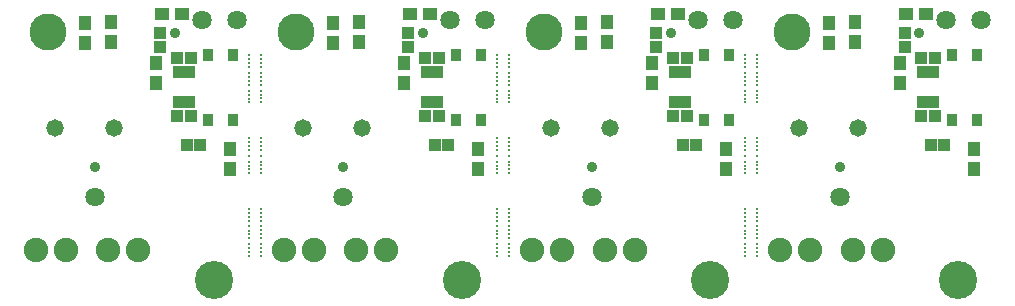
<source format=gbr>
G04 EAGLE Gerber RS-274X export*
G75*
%MOMM*%
%FSLAX34Y34*%
%LPD*%
%INSoldermask Top*%
%IPPOS*%
%AMOC8*
5,1,8,0,0,1.08239X$1,22.5*%
G01*
%ADD10C,3.227000*%
%ADD11C,3.127000*%
%ADD12C,0.327000*%
%ADD13R,1.127000X1.227000*%
%ADD14R,1.227000X1.127000*%
%ADD15C,2.070100*%
%ADD16R,0.977000X1.027000*%
%ADD17R,1.927000X1.127000*%
%ADD18R,0.827000X1.127000*%
%ADD19R,1.027000X0.977000*%
%ADD20C,1.477000*%
%ADD21C,1.627000*%
%ADD22C,0.877000*%


D10*
X170000Y30000D03*
D11*
X30000Y240000D03*
D10*
X380000Y30000D03*
D11*
X240000Y240000D03*
D10*
X590000Y30000D03*
D11*
X450000Y240000D03*
D10*
X800000Y30000D03*
D11*
X660000Y240000D03*
D12*
X200000Y213300D03*
X200000Y216600D03*
X200000Y220000D03*
X200000Y210000D03*
X210000Y216700D03*
X210000Y213400D03*
X210000Y210000D03*
X210000Y220000D03*
X200000Y183300D03*
X200000Y186600D03*
X200000Y190000D03*
X200000Y180000D03*
X210000Y186700D03*
X210000Y183400D03*
X210000Y180000D03*
X210000Y190000D03*
X200000Y198300D03*
X200000Y201600D03*
X200000Y205000D03*
X200000Y195000D03*
X210000Y201700D03*
X210000Y198400D03*
X210000Y195000D03*
X210000Y205000D03*
X200000Y143300D03*
X200000Y146600D03*
X200000Y150000D03*
X200000Y140000D03*
X210000Y146700D03*
X210000Y143400D03*
X210000Y140000D03*
X210000Y150000D03*
X200000Y123300D03*
X200000Y126600D03*
X200000Y130000D03*
X200000Y120000D03*
X210000Y126700D03*
X210000Y123400D03*
X210000Y120000D03*
X210000Y130000D03*
X200000Y83300D03*
X200000Y86600D03*
X200000Y90000D03*
X200000Y80000D03*
X210000Y86700D03*
X210000Y83400D03*
X210000Y80000D03*
X210000Y90000D03*
X200000Y53300D03*
X200000Y56600D03*
X200000Y60000D03*
X200000Y50000D03*
X210000Y56700D03*
X210000Y53400D03*
X210000Y50000D03*
X210000Y60000D03*
X200000Y68300D03*
X200000Y71600D03*
X200000Y75000D03*
X200000Y65000D03*
X210000Y71700D03*
X210000Y68400D03*
X210000Y65000D03*
X210000Y75000D03*
X200000Y135000D03*
X210000Y135000D03*
X410000Y213300D03*
X410000Y216600D03*
X410000Y220000D03*
X410000Y210000D03*
X420000Y216700D03*
X420000Y213400D03*
X420000Y210000D03*
X420000Y220000D03*
X410000Y183300D03*
X410000Y186600D03*
X410000Y190000D03*
X410000Y180000D03*
X420000Y186700D03*
X420000Y183400D03*
X420000Y180000D03*
X420000Y190000D03*
X410000Y198300D03*
X410000Y201600D03*
X410000Y205000D03*
X410000Y195000D03*
X420000Y201700D03*
X420000Y198400D03*
X420000Y195000D03*
X420000Y205000D03*
X410000Y143300D03*
X410000Y146600D03*
X410000Y150000D03*
X410000Y140000D03*
X420000Y146700D03*
X420000Y143400D03*
X420000Y140000D03*
X420000Y150000D03*
X410000Y123300D03*
X410000Y126600D03*
X410000Y130000D03*
X410000Y120000D03*
X420000Y126700D03*
X420000Y123400D03*
X420000Y120000D03*
X420000Y130000D03*
X410000Y83300D03*
X410000Y86600D03*
X410000Y90000D03*
X410000Y80000D03*
X420000Y86700D03*
X420000Y83400D03*
X420000Y80000D03*
X420000Y90000D03*
X410000Y53300D03*
X410000Y56600D03*
X410000Y60000D03*
X410000Y50000D03*
X420000Y56700D03*
X420000Y53400D03*
X420000Y50000D03*
X420000Y60000D03*
X410000Y68300D03*
X410000Y71600D03*
X410000Y75000D03*
X410000Y65000D03*
X420000Y71700D03*
X420000Y68400D03*
X420000Y65000D03*
X420000Y75000D03*
X410000Y135000D03*
X420000Y135000D03*
X620000Y213300D03*
X620000Y216600D03*
X620000Y220000D03*
X620000Y210000D03*
X630000Y216700D03*
X630000Y213400D03*
X630000Y210000D03*
X630000Y220000D03*
X620000Y183300D03*
X620000Y186600D03*
X620000Y190000D03*
X620000Y180000D03*
X630000Y186700D03*
X630000Y183400D03*
X630000Y180000D03*
X630000Y190000D03*
X620000Y198300D03*
X620000Y201600D03*
X620000Y205000D03*
X620000Y195000D03*
X630000Y201700D03*
X630000Y198400D03*
X630000Y195000D03*
X630000Y205000D03*
X620000Y143300D03*
X620000Y146600D03*
X620000Y150000D03*
X620000Y140000D03*
X630000Y146700D03*
X630000Y143400D03*
X630000Y140000D03*
X630000Y150000D03*
X620000Y123300D03*
X620000Y126600D03*
X620000Y130000D03*
X620000Y120000D03*
X630000Y126700D03*
X630000Y123400D03*
X630000Y120000D03*
X630000Y130000D03*
X620000Y83300D03*
X620000Y86600D03*
X620000Y90000D03*
X620000Y80000D03*
X630000Y86700D03*
X630000Y83400D03*
X630000Y80000D03*
X630000Y90000D03*
X620000Y53300D03*
X620000Y56600D03*
X620000Y60000D03*
X620000Y50000D03*
X630000Y56700D03*
X630000Y53400D03*
X630000Y50000D03*
X630000Y60000D03*
X620000Y68300D03*
X620000Y71600D03*
X620000Y75000D03*
X620000Y65000D03*
X630000Y71700D03*
X630000Y68400D03*
X630000Y65000D03*
X630000Y75000D03*
X620000Y135000D03*
X630000Y135000D03*
D13*
X121000Y196500D03*
X121000Y213500D03*
D14*
X126500Y255000D03*
X143500Y255000D03*
D13*
X184000Y123500D03*
X184000Y140500D03*
D15*
X20000Y55000D03*
X45400Y55000D03*
X81000Y55000D03*
X106400Y55000D03*
D16*
X158800Y144000D03*
X147200Y144000D03*
D17*
X145000Y180500D03*
X145000Y205500D03*
D13*
X83000Y231500D03*
X83000Y248500D03*
X61000Y230500D03*
X61000Y247500D03*
D16*
X139200Y168500D03*
X150800Y168500D03*
X139200Y217500D03*
X150800Y217500D03*
D18*
X165000Y165000D03*
X165000Y220000D03*
X186500Y165000D03*
X186500Y220000D03*
D19*
X125000Y238800D03*
X125000Y227200D03*
D20*
X86000Y158000D03*
X36000Y158000D03*
D13*
X331000Y196500D03*
X331000Y213500D03*
D14*
X336500Y255000D03*
X353500Y255000D03*
D13*
X394000Y123500D03*
X394000Y140500D03*
D15*
X230000Y55000D03*
X255400Y55000D03*
X291000Y55000D03*
X316400Y55000D03*
D16*
X368800Y144000D03*
X357200Y144000D03*
D17*
X355000Y180500D03*
X355000Y205500D03*
D13*
X293000Y231500D03*
X293000Y248500D03*
X271000Y230500D03*
X271000Y247500D03*
D16*
X349200Y168500D03*
X360800Y168500D03*
X349200Y217500D03*
X360800Y217500D03*
D18*
X375000Y165000D03*
X375000Y220000D03*
X396500Y165000D03*
X396500Y220000D03*
D19*
X335000Y238800D03*
X335000Y227200D03*
D20*
X296000Y158000D03*
X246000Y158000D03*
D13*
X541000Y196500D03*
X541000Y213500D03*
D14*
X546500Y255000D03*
X563500Y255000D03*
D13*
X604000Y123500D03*
X604000Y140500D03*
D15*
X440000Y55000D03*
X465400Y55000D03*
X501000Y55000D03*
X526400Y55000D03*
D16*
X578800Y144000D03*
X567200Y144000D03*
D17*
X565000Y180500D03*
X565000Y205500D03*
D13*
X503000Y231500D03*
X503000Y248500D03*
X481000Y230500D03*
X481000Y247500D03*
D16*
X559200Y168500D03*
X570800Y168500D03*
X559200Y217500D03*
X570800Y217500D03*
D18*
X585000Y165000D03*
X585000Y220000D03*
X606500Y165000D03*
X606500Y220000D03*
D19*
X545000Y238800D03*
X545000Y227200D03*
D20*
X506000Y158000D03*
X456000Y158000D03*
D13*
X751000Y196500D03*
X751000Y213500D03*
D14*
X756500Y255000D03*
X773500Y255000D03*
D13*
X814000Y123500D03*
X814000Y140500D03*
D15*
X650000Y55000D03*
X675400Y55000D03*
X711000Y55000D03*
X736400Y55000D03*
D16*
X788800Y144000D03*
X777200Y144000D03*
D17*
X775000Y180500D03*
X775000Y205500D03*
D13*
X713000Y231500D03*
X713000Y248500D03*
X691000Y230500D03*
X691000Y247500D03*
D16*
X769200Y168500D03*
X780800Y168500D03*
X769200Y217500D03*
X780800Y217500D03*
D18*
X795000Y165000D03*
X795000Y220000D03*
X816500Y165000D03*
X816500Y220000D03*
D19*
X755000Y238800D03*
X755000Y227200D03*
D20*
X716000Y158000D03*
X666000Y158000D03*
D21*
X70000Y100000D03*
X280000Y100000D03*
X490000Y100000D03*
X700000Y100000D03*
D22*
X137500Y238900D03*
X347500Y238900D03*
X557500Y238900D03*
X767500Y238900D03*
D21*
X160000Y250000D03*
X370000Y250000D03*
X580000Y250000D03*
X790000Y250000D03*
X190000Y250000D03*
X400000Y250000D03*
X610000Y250000D03*
X820000Y250000D03*
D22*
X70000Y125000D03*
X280000Y125000D03*
X490000Y125000D03*
X700000Y125000D03*
M02*

</source>
